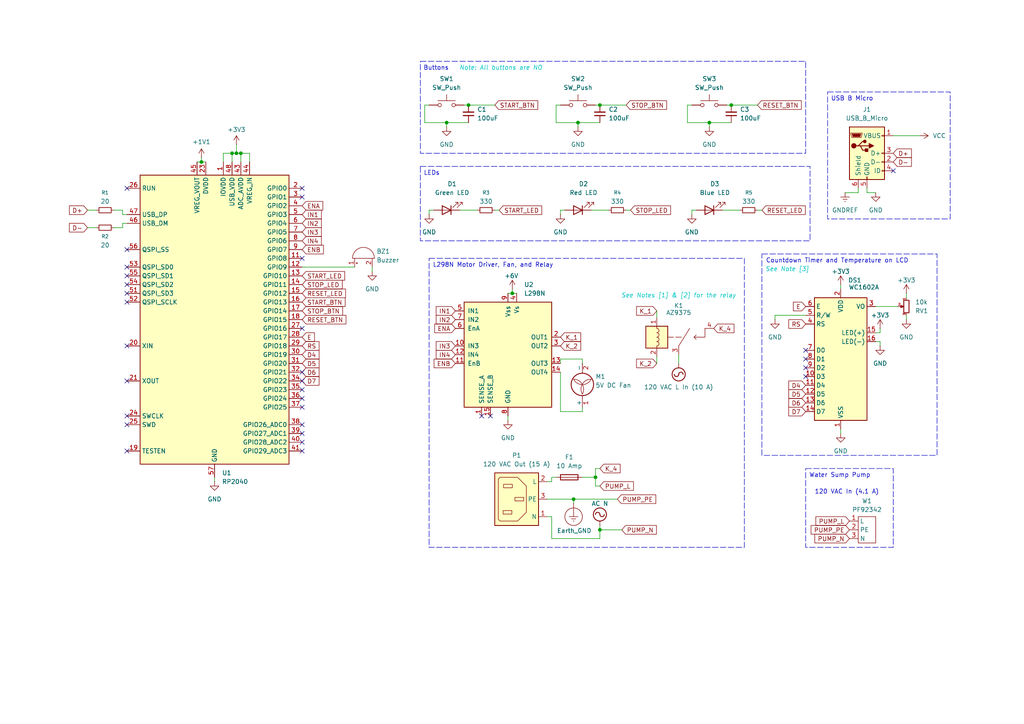
<source format=kicad_sch>
(kicad_sch (version 20250114) (generator "eeschema") (generator_version "9.0")
  (paper "A4")
  (title_block (title "SLAC Water Sump Pump Countdown Timer") (date "2025-07-02") (rev "2") (comment 2 "[3] I2C 1602 LCD w/ GND, VCC, SDA, and SCL for prototyping") (comment 3 "[2] Pin 1 & 2 is an inductor and Pin 3 & 4 is a NO contact") (comment 4 "[1] Relay acts like a switch, so a 5V DC motor is used for prototyping"))
  (lib_symbols
    (symbol "AZ9375:AZ9375"
      (property "Reference" "K" (at 0 9.144 0))
      (property "Value" "AZ9375" (at 0 7.112 0))
      (symbol "AZ9375_0_1"
        (polyline (pts (xy -6.35 3.175) (xy -6.35 2.54)))
        (arc (start -6.3473 2.54) (mid -5.715 1.905) (end -6.3473 1.27))
        (arc (start -6.3473 1.27) (mid -5.715 0.635) (end -6.3473 0))
        (arc (start -6.3473 0) (mid -5.715 -0.635) (end -6.3473 -1.27))
        (arc (start -6.3473 -1.27) (mid -5.715 -1.905) (end -6.3473 -2.54))
        (polyline (pts (xy -6.35 -2.54) (xy -6.35 -3.175)))
        (polyline (pts (xy -3.175 0) (xy 1.27 0)) (stroke (width 0) (type dash)))
        (polyline (pts (xy 4.445 0) (xy 5.08 0.635) (xy 4.445 0) (xy 5.08 -0.635)))
      )
      (symbol "AZ9375_1_1"
        (rectangle (start -9.525 3.175) (end -3.175 -3.175) (stroke (width 0.254)) (fill (type color) (color 255 255 194 1)))
        (polyline (pts (xy 0 -2.54) (xy 3.175 2.54)))
        (polyline (pts (xy 4.445 0) (xy 7.62 0) (xy 7.62 2.54)))
        (pin power_in line (at -6.35 5.715 270) (length 2.54) (name "") (number "1"))
        (pin power_in line (at -6.35 -5.715 90) (length 2.54) (name "") (number "2"))
        (pin power_in line (at 0 -5.08 90) (length 2.54) (name "") (number "3"))
        (pin power_out line (at 10.16 2.54 180) (length 2.54) (name "") (number "4"))
      )
    )
    (symbol "Connector:IEC_60320_C13_Plug"
      (property "Reference" "P" (at -5.842 8.636 0))
      (property "Value" "IEC_60320_C13_Plug" (at 0.508 -9.144 0))
      (symbol "IEC_60320_C13_Plug_1_1"
        (rectangle (start -6.35 7.62) (end 6.35 -7.62) (stroke (width 0.254)) (fill (type background)))
        (polyline (pts (xy -4.826 -6.35) (xy -5.334 -5.842) (xy -5.334 5.842) (xy -4.826 6.35) (xy 0.254 6.35) (xy 2.794 3.81) (xy 2.794 -3.81) (xy 0.254 -6.35) (xy -4.826 -6.35)) (fill (type background)))
        (rectangle (start -3.937 -3.302) (end -1.397 -4.318))
        (rectangle (start -3.81 4.318) (end -1.27 3.302))
        (rectangle (start -0.508 0.508) (end 2.032 -0.508))
        (pin power_in line (at 8.89 5.08 180) (length 2.54) (name "L") (number "2"))
        (pin bidirectional line (at 8.89 0 180) (length 2.54) (name "PE") (number "3"))
        (pin power_in line (at 8.89 -5.08 180) (length 2.54) (name "N") (number "1"))
      )
    )
    (symbol "Connector:USB_B_Micro" (pin_names (offset 1.016))
      (property "Reference" "J" (at -5.08 11.43 0))
      (property "Value" "USB_B_Micro" (at -5.08 8.89 0))
      (symbol "USB_B_Micro_0_1"
        (rectangle (start -5.08 -7.62) (end 5.08 7.62) (stroke (width 0.254)) (fill (type background)))
        (polyline (pts (xy -4.699 5.842) (xy -4.699 5.588) (xy -4.445 4.826) (xy -4.445 4.572) (xy -1.651 4.572) (xy -1.651 4.826) (xy -1.397 5.588) (xy -1.397 5.842) (xy -4.699 5.842)))
        (polyline (pts (xy -4.318 5.588) (xy -1.778 5.588) (xy -2.032 4.826) (xy -4.064 4.826) (xy -4.318 5.588)) (fill (type outline)))
        (circle (center -3.81 2.159) (radius 0.635) (stroke (width 0.254)) (fill (type outline)))
        (polyline (pts (xy -3.175 2.159) (xy -2.54 2.159) (xy -1.27 3.429) (xy -0.635 3.429)) (stroke (width 0.254)))
        (polyline (pts (xy -2.54 2.159) (xy -1.905 2.159) (xy -1.27 0.889) (xy 0 0.889)) (stroke (width 0.254)))
        (polyline (pts (xy -1.905 2.159) (xy 0.635 2.159)) (stroke (width 0.254)))
        (circle (center -0.635 3.429) (radius 0.381) (stroke (width 0.254)) (fill (type outline)))
        (rectangle (start -0.127 -7.62) (end 0.127 -6.858))
        (rectangle (start 0.254 1.27) (end -0.508 0.508) (stroke (width 0.254)) (fill (type outline)))
        (polyline (pts (xy 0.635 2.794) (xy 0.635 1.524) (xy 1.905 2.159) (xy 0.635 2.794)) (stroke (width 0.254)) (fill (type outline)))
        (rectangle (start 5.08 4.953) (end 4.318 5.207))
        (rectangle (start 5.08 -0.127) (end 4.318 0.127))
        (rectangle (start 5.08 -2.667) (end 4.318 -2.413))
        (rectangle (start 5.08 -5.207) (end 4.318 -4.953))
      )
      (symbol "USB_B_Micro_1_1"
        (pin passive line (at -2.54 -10.16 90) (length 2.54) (name "Shield") (number "6"))
        (pin power_out line (at 0 -10.16 90) (length 2.54) (name "GND") (number "5"))
        (pin power_out line (at 7.62 5.08 180) (length 2.54) (name "VBUS") (number "1"))
        (pin bidirectional line (at 7.62 0 180) (length 2.54) (name "D+") (number "3"))
        (pin bidirectional line (at 7.62 -2.54 180) (length 2.54) (name "D-") (number "2"))
        (pin passive line (at 7.62 -5.08 180) (length 2.54) (name "ID") (number "4"))
      )
    )
    (symbol "Device:Buzzer" (pin_names (offset 0.0254) (hide yes))
      (property "Reference" "BZ" (at 3.81 1.27 0))
      (property "Value" "Buzzer" (at 3.81 -1.27 0))
      (symbol "Buzzer_0_1"
        (polyline (pts (xy -1.651 1.905) (xy -1.143 1.905)))
        (polyline (pts (xy -1.397 2.159) (xy -1.397 1.651)))
        (arc (start 0 3.175) (mid 3.1612 0) (end 0 -3.175))
        (polyline (pts (xy 0 3.175) (xy 0 -3.175)))
      )
      (symbol "Buzzer_1_1"
        (pin passive line (at -2.54 2.54 0) (length 2.54) (name "+") (number "1"))
        (pin passive line (at -2.54 -2.54 0) (length 2.54) (name "-") (number "2"))
      )
    )
    (symbol "Device:C_Small" (pin_numbers (hide yes)) (pin_names (offset 0.254) (hide yes))
      (property "Reference" "C" (at 0.254 1.778 0))
      (property "Value" "C_Small" (at 0.254 -2.032 0))
      (symbol "C_Small_0_1"
        (polyline (pts (xy -1.524 0.508) (xy 1.524 0.508)) (stroke (width 0.3048)))
        (polyline (pts (xy -1.524 -0.508) (xy 1.524 -0.508)) (stroke (width 0.3302)))
      )
      (symbol "C_Small_1_1"
        (pin passive line (at 0 2.54 270) (length 2.032) (name "~") (number "1"))
        (pin passive line (at 0 -2.54 90) (length 2.032) (name "~") (number "2"))
      )
    )
    (symbol "Device:Fuse" (pin_numbers (hide yes)) (pin_names (offset 0))
      (property "Reference" "F" (at 2.032 0 90))
      (property "Value" "Fuse" (at -1.905 0 90))
      (symbol "Fuse_0_1"
        (rectangle (start -0.762 -2.54) (end 0.762 2.54) (stroke (width 0.254)))
        (polyline (pts (xy 0 2.54) (xy 0 -2.54)))
      )
      (symbol "Fuse_1_1"
        (pin passive line (at 0 3.81 270) (length 1.27) (name "~") (number "1"))
        (pin passive line (at 0 -3.81 90) (length 1.27) (name "~") (number "2"))
      )
    )
    (symbol "Device:LED" (pin_numbers (hide yes)) (pin_names (offset 1.016) (hide yes))
      (property "Reference" "D" (at 0 2.54 0))
      (property "Value" "LED" (at 0 -2.54 0))
      (symbol "LED_0_1"
        (polyline (pts (xy -3.048 -0.762) (xy -4.572 -2.286) (xy -3.81 -2.286) (xy -4.572 -2.286) (xy -4.572 -1.524)))
        (polyline (pts (xy -1.778 -0.762) (xy -3.302 -2.286) (xy -2.54 -2.286) (xy -3.302 -2.286) (xy -3.302 -1.524)))
        (polyline (pts (xy -1.27 0) (xy 1.27 0)))
        (polyline (pts (xy -1.27 -1.27) (xy -1.27 1.27)) (stroke (width 0.254)))
        (polyline (pts (xy 1.27 -1.27) (xy 1.27 1.27) (xy -1.27 0) (xy 1.27 -1.27)) (stroke (width 0.254)))
      )
      (symbol "LED_1_1"
        (pin passive line (at -3.81 0 0) (length 2.54) (name "K") (number "1"))
        (pin passive line (at 3.81 0 180) (length 2.54) (name "A") (number "2"))
      )
    )
    (symbol "Device:R_Potentiometer_Small" (pin_names (offset 1.016) (hide yes))
      (property "Reference" "RV" (at -4.445 0 90))
      (property "Value" "R_Potentiometer_Small" (at -2.54 0 90))
      (symbol "R_Potentiometer_Small_0_1"
        (rectangle (start 0.762 1.8034) (end -0.762 -1.8034) (stroke (width 0.254)))
        (polyline (pts (xy 0.889 0) (xy 0.635 0) (xy 1.651 0.381) (xy 1.651 -0.381) (xy 0.635 0) (xy 0.889 0)) (fill (type outline)))
      )
      (symbol "R_Potentiometer_Small_1_1"
        (pin passive line (at 0 2.54 270) (length 0.635) (name "1") (number "1"))
        (pin passive line (at 0 -2.54 90) (length 0.635) (name "3") (number "3"))
        (pin passive line (at 2.54 0 180) (length 0.9906) (name "2") (number "2"))
      )
    )
    (symbol "Device:R_Small" (pin_numbers (hide yes)) (pin_names (offset 0.254) (hide yes))
      (property "Reference" "R" (at 0 0 90))
      (property "Value" "R_Small" (at 1.778 0 90))
      (symbol "R_Small_0_1"
        (rectangle (start -0.762 1.778) (end 0.762 -1.778) (stroke (width 0.2032)))
      )
      (symbol "R_Small_1_1"
        (pin passive line (at 0 2.54 270) (length 0.762) (name "~") (number "1"))
        (pin passive line (at 0 -2.54 90) (length 0.762) (name "~") (number "2"))
      )
    )
    (symbol "Display_Character:WC1602A"
      (property "Reference" "DS" (at -5.842 19.05 0))
      (property "Value" "WC1602A" (at 5.334 19.05 0))
      (symbol "WC1602A_1_1"
        (rectangle (start -7.62 17.78) (end 7.62 -17.78) (stroke (width 0.254)) (fill (type background)))
        (pin input line (at -10.16 15.24 0) (length 2.54) (name "E") (number "6"))
        (pin input line (at -10.16 12.7 0) (length 2.54) (name "R/W") (number "5"))
        (pin input line (at -10.16 10.16 0) (length 2.54) (name "RS") (number "4"))
        (pin input line (at -10.16 2.54 0) (length 2.54) (name "D0") (number "7"))
        (pin input line (at -10.16 0 0) (length 2.54) (name "D1") (number "8"))
        (pin input line (at -10.16 -2.54 0) (length 2.54) (name "D2") (number "9"))
        (pin input line (at -10.16 -5.08 0) (length 2.54) (name "D3") (number "10"))
        (pin input line (at -10.16 -7.62 0) (length 2.54) (name "D4") (number "11"))
        (pin input line (at -10.16 -10.16 0) (length 2.54) (name "D5") (number "12"))
        (pin input line (at -10.16 -12.7 0) (length 2.54) (name "D6") (number "13"))
        (pin input line (at -10.16 -15.24 0) (length 2.54) (name "D7") (number "14"))
        (pin power_in line (at 0 20.32 270) (length 2.54) (name "VDD") (number "2"))
        (pin power_in line (at 0 -20.32 90) (length 2.54) (name "VSS") (number "1"))
        (pin input line (at 10.16 15.24 180) (length 2.54) (name "VO") (number "3"))
        (pin power_in line (at 10.16 7.62 180) (length 2.54) (name "LED(+)") (number "15"))
        (pin power_in line (at 10.16 5.08 180) (length 2.54) (name "LED(-)") (number "16"))
      )
    )
    (symbol "Driver_Motor:L298N" (pin_names (offset 1.016))
      (property "Reference" "U" (at -10.16 16.51 0))
      (property "Value" "L298N" (at 12.7 16.51 0))
      (symbol "L298N_0_1"
        (rectangle (start -12.7 15.24) (end 12.7 -15.24) (stroke (width 0.254)) (fill (type background)))
      )
      (symbol "L298N_1_1"
        (pin input line (at -15.24 12.7 0) (length 2.54) (name "IN1") (number "5"))
        (pin input line (at -15.24 10.16 0) (length 2.54) (name "IN2") (number "7"))
        (pin input line (at -15.24 7.62 0) (length 2.54) (name "EnA") (number "6"))
        (pin input line (at -15.24 2.54 0) (length 2.54) (name "IN3") (number "10"))
        (pin input line (at -15.24 0 0) (length 2.54) (name "IN4") (number "12"))
        (pin input line (at -15.24 -2.54 0) (length 2.54) (name "EnB") (number "11"))
        (pin power_in line (at -7.62 -17.78 90) (length 2.54) (name "SENSE_A") (number "1"))
        (pin power_in line (at -5.08 -17.78 90) (length 2.54) (name "SENSE_B") (number "15"))
        (pin power_in line (at 0 17.78 270) (length 2.54) (name "Vss") (number "9"))
        (pin power_in line (at 0 -17.78 90) (length 2.54) (name "GND") (number "8"))
        (pin power_in line (at 2.54 17.78 270) (length 2.54) (name "Vs") (number "4"))
        (pin output line (at 15.24 5.08 180) (length 2.54) (name "OUT1") (number "2"))
        (pin output line (at 15.24 2.54 180) (length 2.54) (name "OUT2") (number "3"))
        (pin output line (at 15.24 -2.54 180) (length 2.54) (name "OUT3") (number "13"))
        (pin output line (at 15.24 -5.08 180) (length 2.54) (name "OUT4") (number "14"))
      )
    )
    (symbol "MCU_RaspberryPi:RP2040"
      (property "Reference" "U" (at 17.78 45.72 0))
      (property "Value" "RP2040" (at 17.78 43.18 0))
      (symbol "RP2040_0_1"
        (rectangle (start -21.59 41.91) (end 21.59 -41.91) (stroke (width 0.254)) (fill (type background)))
      )
      (symbol "RP2040_1_1"
        (pin input line (at -25.4 38.1 0) (length 3.81) (name "RUN") (number "26"))
        (pin bidirectional line (at -25.4 30.48 0) (length 3.81) (name "USB_DP") (number "47"))
        (pin bidirectional line (at -25.4 27.94 0) (length 3.81) (name "USB_DM") (number "46"))
        (pin bidirectional line (at -25.4 20.32 0) (length 3.81) (name "QSPI_SS") (number "56"))
        (pin bidirectional line (at -25.4 15.24 0) (length 3.81) (name "QSPI_SD0") (number "53"))
        (pin bidirectional line (at -25.4 12.7 0) (length 3.81) (name "QSPI_SD1") (number "55"))
        (pin bidirectional line (at -25.4 10.16 0) (length 3.81) (name "QSPI_SD2") (number "54"))
        (pin bidirectional line (at -25.4 7.62 0) (length 3.81) (name "QSPI_SD3") (number "51"))
        (pin output line (at -25.4 5.08 0) (length 3.81) (name "QSPI_SCLK") (number "52"))
        (pin input line (at -25.4 -7.62 0) (length 3.81) (name "XIN") (number "20"))
        (pin passive line (at -25.4 -17.78 0) (length 3.81) (name "XOUT") (number "21"))
        (pin input line (at -25.4 -27.94 0) (length 3.81) (name "SWCLK") (number "24"))
        (pin bidirectional line (at -25.4 -30.48 0) (length 3.81) (name "SWD") (number "25"))
        (pin input line (at -25.4 -38.1 0) (length 3.81) (name "TESTEN") (number "19"))
        (pin power_out line (at -5.08 45.72 270) (length 3.81) (name "VREG_VOUT") (number "45"))
        (pin power_in line (at -2.54 45.72 270) (length 3.81) (name "DVDD") (number "23"))
        (pin passive line (at -2.54 45.72 270) (length 3.81) (hide yes) (name "DVDD") (number "50"))
        (pin power_in line (at 0 -45.72 90) (length 3.81) (name "GND") (number "57"))
        (pin power_in line (at 2.54 45.72 270) (length 3.81) (name "IOVDD") (number "1"))
        (pin passive line (at 2.54 45.72 270) (length 3.81) (hide yes) (name "IOVDD") (number "10"))
        (pin passive line (at 2.54 45.72 270) (length 3.81) (hide yes) (name "IOVDD") (number "22"))
        (pin passive line (at 2.54 45.72 270) (length 3.81) (hide yes) (name "IOVDD") (number "33"))
        (pin passive line (at 2.54 45.72 270) (length 3.81) (hide yes) (name "IOVDD") (number "42"))
        (pin passive line (at 2.54 45.72 270) (length 3.81) (hide yes) (name "IOVDD") (number "49"))
        (pin power_in line (at 5.08 45.72 270) (length 3.81) (name "USB_VDD") (number "48"))
        (pin power_in line (at 7.62 45.72 270) (length 3.81) (name "ADC_AVDD") (number "43"))
        (pin power_in line (at 10.16 45.72 270) (length 3.81) (name "VREG_IN") (number "44"))
        (pin bidirectional line (at 25.4 38.1 180) (length 3.81) (name "GPIO0") (number "2"))
        (pin bidirectional line (at 25.4 35.56 180) (length 3.81) (name "GPIO1") (number "3"))
        (pin bidirectional line (at 25.4 33.02 180) (length 3.81) (name "GPIO2") (number "4"))
        (pin bidirectional line (at 25.4 30.48 180) (length 3.81) (name "GPIO3") (number "5"))
        (pin bidirectional line (at 25.4 27.94 180) (length 3.81) (name "GPIO4") (number "6"))
        (pin bidirectional line (at 25.4 25.4 180) (length 3.81) (name "GPIO5") (number "7"))
        (pin bidirectional line (at 25.4 22.86 180) (length 3.81) (name "GPIO6") (number "8"))
        (pin bidirectional line (at 25.4 20.32 180) (length 3.81) (name "GPIO7") (number "9"))
        (pin bidirectional line (at 25.4 17.78 180) (length 3.81) (name "GPIO8") (number "11"))
        (pin bidirectional line (at 25.4 15.24 180) (length 3.81) (name "GPIO9") (number "12"))
        (pin bidirectional line (at 25.4 12.7 180) (length 3.81) (name "GPIO10") (number "13"))
        (pin bidirectional line (at 25.4 10.16 180) (length 3.81) (name "GPIO11") (number "14"))
        (pin bidirectional line (at 25.4 7.62 180) (length 3.81) (name "GPIO12") (number "15"))
        (pin bidirectional line (at 25.4 5.08 180) (length 3.81) (name "GPIO13") (number "16"))
        (pin bidirectional line (at 25.4 2.54 180) (length 3.81) (name "GPIO14") (number "17"))
        (pin bidirectional line (at 25.4 0 180) (length 3.81) (name "GPIO15") (number "18"))
        (pin bidirectional line (at 25.4 -2.54 180) (length 3.81) (name "GPIO16") (number "27"))
        (pin bidirectional line (at 25.4 -5.08 180) (length 3.81) (name "GPIO17") (number "28"))
        (pin bidirectional line (at 25.4 -7.62 180) (length 3.81) (name "GPIO18") (number "29"))
        (pin bidirectional line (at 25.4 -10.16 180) (length 3.81) (name "GPIO19") (number "30"))
        (pin bidirectional line (at 25.4 -12.7 180) (length 3.81) (name "GPIO20") (number "31"))
        (pin bidirectional line (at 25.4 -15.24 180) (length 3.81) (name "GPIO21") (number "32"))
        (pin bidirectional line (at 25.4 -17.78 180) (length 3.81) (name "GPIO22") (number "34"))
        (pin bidirectional line (at 25.4 -20.32 180) (length 3.81) (name "GPIO23") (number "35"))
        (pin bidirectional line (at 25.4 -22.86 180) (length 3.81) (name "GPIO24") (number "36"))
        (pin bidirectional line (at 25.4 -25.4 180) (length 3.81) (name "GPIO25") (number "37"))
        (pin bidirectional line (at 25.4 -30.48 180) (length 3.81) (name "GPIO26_ADC0") (number "38"))
        (pin bidirectional line (at 25.4 -33.02 180) (length 3.81) (name "GPIO27_ADC1") (number "39"))
        (pin bidirectional line (at 25.4 -35.56 180) (length 3.81) (name "GPIO28_ADC2") (number "40"))
        (pin bidirectional line (at 25.4 -38.1 180) (length 3.81) (name "GPIO29_ADC3") (number "41"))
      )
    )
    (symbol "Motor:Fan" (pin_names (offset 0))
      (property "Reference" "M" (at 2.54 5.08 0))
      (property "Value" "Fan" (at 2.54 -2.54 0))
      (symbol "Fan_0_1"
        (arc (start 0 3.81) (mid -0.0015 0.9048) (end -2.54 -0.508))
        (polyline (pts (xy 0 4.572) (xy 0 5.08)))
        (polyline (pts (xy 0 4.2672) (xy 0 4.6228)))
        (circle (center 0 1.016) (radius 3.2512) (stroke (width 0.254)))
        (arc (start -2.54 -0.508) (mid 0 1.0618) (end 2.54 -0.508))
        (polyline (pts (xy 0 -2.2352) (xy 0 -2.6416)))
        (polyline (pts (xy 0 -5.08) (xy 0 -4.572)))
        (arc (start 2.54 -0.508) (mid 0.047 0.9315) (end 0 3.81))
      )
      (symbol "Fan_1_1"
        (pin passive line (at 0 7.62 270) (length 2.54) (name "+") (number "1"))
        (pin passive line (at 0 -5.08 90) (length 2.54) (name "-") (number "2"))
      )
    )
    (symbol "Switch:SW_Push" (pin_numbers (hide yes)) (pin_names (offset 1.016) (hide yes))
      (property "Reference" "SW" (at 1.27 2.54 0))
      (property "Value" "SW_Push" (at 0 -1.524 0))
      (symbol "SW_Push_0_1"
        (circle (center -2.032 0) (radius 0.508))
        (polyline (pts (xy 0 1.27) (xy 0 3.048)))
        (circle (center 2.032 0) (radius 0.508))
        (polyline (pts (xy 2.54 1.27) (xy -2.54 1.27)))
        (pin passive line (at -5.08 0 0) (length 2.54) (name "1") (number "1"))
        (pin passive line (at 5.08 0 180) (length 2.54) (name "2") (number "2"))
      )
    )
    (symbol "Water Sump Pump:PF92342"
      (property "Reference" "W" (at 0 8.382 0))
      (property "Value" "PF92342" (at 0 5.842 0))
      (symbol "PF92342_0_1"
        (rectangle (start -2.54 3.81) (end 2.54 -3.81))
      )
      (symbol "PF92342_1_1"
        (pin power_in line (at -5.08 2.54 0) (length 2.54) (name "L") (number "1"))
        (pin power_in line (at -5.08 0 0) (length 2.54) (name "PE") (number "2"))
        (pin power_in line (at -5.08 -2.54 0) (length 2.54) (name "N") (number "3"))
      )
    )
    (symbol "power:+1V1" (power) (pin_numbers (hide yes)) (pin_names (offset 0) (hide yes))
      (property "Value" "+1V1" (at 0 3.556 0))
      (symbol "+1V1_0_1"
        (polyline (pts (xy -0.762 1.27) (xy 0 2.54)))
        (polyline (pts (xy 0 2.54) (xy 0.762 1.27)))
        (polyline (pts (xy 0 0) (xy 0 2.54)))
      )
      (symbol "+1V1_1_1"
        (pin power_in line (at 0 0 90) (length 0) (name "~") (number "1"))
      )
    )
    (symbol "power:+3V3" (power) (pin_numbers (hide yes)) (pin_names (offset 0) (hide yes))
      (property "Value" "+3V3" (at 0 3.556 0))
      (symbol "+3V3_0_1"
        (polyline (pts (xy -0.762 1.27) (xy 0 2.54)))
        (polyline (pts (xy 0 2.54) (xy 0.762 1.27)))
        (polyline (pts (xy 0 0) (xy 0 2.54)))
      )
      (symbol "+3V3_1_1"
        (pin power_in line (at 0 0 90) (length 0) (name "~") (number "1"))
      )
    )
    (symbol "power:+6V" (power) (pin_numbers (hide yes)) (pin_names (offset 0) (hide yes))
      (property "Value" "+6V" (at 0 3.556 0))
      (symbol "+6V_0_1"
        (polyline (pts (xy -0.762 1.27) (xy 0 2.54)))
        (polyline (pts (xy 0 2.54) (xy 0.762 1.27)))
        (polyline (pts (xy 0 0) (xy 0 2.54)))
      )
      (symbol "+6V_1_1"
        (pin power_in line (at 0 0 90) (length 0) (name "~") (number "1"))
      )
    )
    (symbol "power:AC" (power) (pin_numbers (hide yes)) (pin_names (offset 0) (hide yes))
      (property "Value" "AC" (at 0 6.35 0))
      (symbol "AC_0_1"
        (arc (start -1.27 3.175) (mid -0.635 3.8073) (end 0 3.175) (stroke (width 0.254)))
        (circle (center 0 3.175) (radius 1.905) (stroke (width 0.254)))
        (polyline (pts (xy 0 0) (xy 0 1.27)))
        (arc (start 1.27 3.175) (mid 0.635 2.5427) (end 0 3.175) (stroke (width 0.254)))
      )
      (symbol "AC_1_1"
        (pin power_in line (at 0 0 90) (length 0) (name "~") (number "1"))
      )
    )
    (symbol "power:Earth_Protective" (power) (pin_numbers (hide yes)) (pin_names (offset 0) (hide yes))
      (property "Value" "Earth_Protective" (at 0 -7.62 0))
      (symbol "Earth_Protective_0_1"
        (polyline (pts (xy -0.635 -4.445) (xy 0.635 -4.445)))
        (polyline (pts (xy -0.127 -5.08) (xy 0.127 -5.08)))
        (polyline (pts (xy 0 -3.81) (xy 0 0)))
        (circle (center 0 -3.81) (radius 2.54))
        (polyline (pts (xy 1.27 -3.81) (xy -1.27 -3.81)))
      )
      (symbol "Earth_Protective_1_1"
        (pin power_in line (at 0 0 270) (length 0) (name "~") (number "1"))
      )
    )
    (symbol "power:GND" (power) (pin_numbers (hide yes)) (pin_names (offset 0) (hide yes))
      (property "Value" "GND" (at 0 -3.81 0))
      (symbol "GND_0_1"
        (polyline (pts (xy 0 0) (xy 0 -1.27) (xy 1.27 -1.27) (xy 0 -2.54) (xy -1.27 -1.27) (xy 0 -1.27)))
      )
      (symbol "GND_1_1"
        (pin power_in line (at 0 0 270) (length 0) (name "~") (number "1"))
      )
    )
    (symbol "power:GNDREF" (power) (pin_numbers (hide yes)) (pin_names (offset 0) (hide yes))
      (property "Value" "GNDREF" (at 0 -3.81 0))
      (symbol "GNDREF_0_1"
        (polyline (pts (xy -0.635 -1.905) (xy 0.635 -1.905)))
        (polyline (pts (xy -0.127 -2.54) (xy 0.127 -2.54)))
        (polyline (pts (xy 0 -1.27) (xy 0 0)))
        (polyline (pts (xy 1.27 -1.27) (xy -1.27 -1.27)))
      )
      (symbol "GNDREF_1_1"
        (pin power_in line (at 0 0 270) (length 0) (name "~") (number "1"))
      )
    )
    (symbol "power:VCC" (power) (pin_numbers (hide yes)) (pin_names (offset 0) (hide yes))
      (property "Value" "VCC" (at 0 3.556 0))
      (symbol "VCC_0_1"
        (polyline (pts (xy -0.762 1.27) (xy 0 2.54)))
        (polyline (pts (xy 0 2.54) (xy 0.762 1.27)))
        (polyline (pts (xy 0 0) (xy 0 2.54)))
      )
      (symbol "VCC_1_1"
        (pin power_in line (at 0 0 90) (length 0) (name "~") (number "1"))
      )
    )
  )
  (rectangle (start 121.92 17.78) (end 233.68 44.45) (stroke (width 0) (type dash) (color 0 0 194 1)))
  (rectangle (start 124.46 74.93) (end 215.9 158.75) (stroke (width 0) (type dash)))
  (rectangle (start 121.92 48.26) (end 234.95 69.85) (stroke (width 0) (type dash)))
  (rectangle (start 240.03 26.67) (end 275.59 63.5) (stroke (width 0) (type dash) (color 0 0 194 1)))
  (rectangle (start 233.68 135.89) (end 259.08 158.75) (stroke (width 0) (type dash)))
  (rectangle (start 220.98 73.66) (end 271.78 132.08) (stroke (width 0) (type dash)))
  (text "USB B Micro" (at 247.142 28.702 0) (effects (font (size 1.27 1.27))))
  (text "Buttons" (at 126.492 19.812 0) (effects (font (size 1.27 1.27))))
  (text "LEDs" (at 125.222 50.292 0) (effects (font (size 1.27 1.27))))
  (text "Countdown Timer and Temperature on LCD\n" (at 242.824 75.692 0) (effects (font (size 1.27 1.27))))
  (text "See Note [3]" (at 228.346 78.232 0) (effects (font (size 1.27 1.27) (italic yes))))
  (text "See Notes [1] & [2] for the relay" (at 196.85 85.852 0) (effects (font (size 1.27 1.27) (italic yes))))
  (text "Note: All buttons are NO" (at 145.288 19.812 0) (effects (font (size 1.27 1.27) (italic yes))))
  (text "Water Sump Pump" (at 243.586 137.922 0) (effects (font (size 1.27 1.27))))
  (text "120 VAC In (4.1 A)" (at 245.618 142.748 0) (effects (font (size 1.27 1.27))))
  (text "L298N Motor Driver, Fan, and Relay" (at 143.002 76.962 0) (effects (font (size 1.27 1.27))))
  (junction (at 173.99 30.48))
  (junction (at 148.59 85.09))
  (junction (at 166.37 144.78))
  (junction (at 129.54 35.56))
  (junction (at 68.58 44.45))
  (junction (at 167.64 35.56))
  (junction (at 135.89 30.48))
  (junction (at 69.85 44.45))
  (junction (at 212.09 30.48))
  (junction (at 205.74 35.56))
  (junction (at 172.72 138.43))
  (junction (at 58.42 46.99))
  (junction (at 173.99 153.67))
  (junction (at 67.31 44.45))
  (no_connect (at 259.08 49.53))
  (no_connect (at 87.63 128.27))
  (no_connect (at 233.68 101.6))
  (no_connect (at 142.24 120.65))
  (no_connect (at 36.83 110.49))
  (no_connect (at 139.7 120.65))
  (no_connect (at 36.83 72.39))
  (no_connect (at 36.83 80.01))
  (no_connect (at 87.63 123.19))
  (no_connect (at 36.83 100.33))
  (no_connect (at 233.68 104.14))
  (no_connect (at 36.83 85.09))
  (no_connect (at 87.63 54.61))
  (no_connect (at 87.63 118.11))
  (no_connect (at 36.83 120.65))
  (no_connect (at 36.83 87.63))
  (no_connect (at 233.68 106.68))
  (no_connect (at 87.63 74.93))
  (no_connect (at 87.63 125.73))
  (no_connect (at 36.83 77.47))
  (no_connect (at 87.63 113.03))
  (no_connect (at 87.63 110.49))
  (no_connect (at 87.63 115.57))
  (no_connect (at 87.63 57.15))
  (no_connect (at 36.83 130.81))
  (no_connect (at 87.63 95.25))
  (no_connect (at 87.63 130.81))
  (no_connect (at 36.83 82.55))
  (no_connect (at 36.83 123.19))
  (no_connect (at 36.83 54.61))
  (no_connect (at 233.68 109.22))
  (no_connect (at 87.63 107.95))
  (wire (pts (xy 162.56 107.95) (xy 162.56 119.38)))
  (wire (pts (xy 35.56 64.77) (xy 36.83 64.77)))
  (wire (pts (xy 224.79 91.44) (xy 224.79 92.71)))
  (wire (pts (xy 168.91 119.38) (xy 168.91 118.11)))
  (wire (pts (xy 262.89 91.44) (xy 262.89 92.71)))
  (wire (pts (xy 190.5 103.505) (xy 190.5 105.41)))
  (wire (pts (xy 160.02 138.43) (xy 160.02 139.7)))
  (wire (pts (xy 254 96.52) (xy 255.27 96.52)))
  (wire (pts (xy 168.91 104.14) (xy 168.91 105.41)))
  (wire (pts (xy 171.45 60.96) (xy 176.53 60.96)))
  (wire (pts (xy 259.08 39.37) (xy 266.7 39.37)))
  (wire (pts (xy 172.72 30.48) (xy 173.99 30.48)))
  (wire (pts (xy 124.46 60.96) (xy 124.46 62.23)))
  (wire (pts (xy 200.66 60.96) (xy 200.66 62.23)))
  (wire (pts (xy 224.79 91.44) (xy 233.68 91.44)))
  (wire (pts (xy 67.31 44.45) (xy 67.31 46.99)))
  (wire (pts (xy 199.39 35.56) (xy 205.74 35.56)))
  (wire (pts (xy 173.99 30.48) (xy 181.61 30.48)))
  (wire (pts (xy 166.37 144.78) (xy 166.37 146.05)))
  (wire (pts (xy 147.32 120.65) (xy 147.32 121.92)))
  (wire (pts (xy 161.29 30.48) (xy 161.29 35.56)))
  (wire (pts (xy 190.5 90.17) (xy 190.5 92.075)))
  (wire (pts (xy 172.72 135.89) (xy 172.72 138.43)))
  (wire (pts (xy 35.56 60.96) (xy 35.56 62.23)))
  (wire (pts (xy 196.85 102.87) (xy 196.85 105.41)))
  (wire (pts (xy 129.54 35.56) (xy 129.54 36.83)))
  (wire (pts (xy 144.78 60.96) (xy 143.51 60.96)))
  (wire (pts (xy 160.02 138.43) (xy 161.29 138.43)))
  (wire (pts (xy 135.89 30.48) (xy 143.51 30.48)))
  (wire (pts (xy 254 55.88) (xy 251.46 55.88)))
  (wire (pts (xy 201.93 60.96) (xy 200.66 60.96)))
  (wire (pts (xy 87.63 77.47) (xy 102.87 77.47)))
  (wire (pts (xy 62.23 138.43) (xy 62.23 139.7)))
  (polyline (pts (xy 233.68 17.78) (xy 233.68 17.78)) (stroke (width 0) (type dash)))
  (wire (pts (xy 182.88 60.96) (xy 181.61 60.96)))
  (wire (pts (xy 162.56 60.96) (xy 162.56 62.23)))
  (wire (pts (xy 212.09 30.48) (xy 219.71 30.48)))
  (wire (pts (xy 147.32 85.09) (xy 148.59 85.09)))
  (wire (pts (xy 167.64 35.56) (xy 173.99 35.56)))
  (wire (pts (xy 69.85 44.45) (xy 72.39 44.45)))
  (wire (pts (xy 67.31 44.45) (xy 68.58 44.45)))
  (wire (pts (xy 205.74 35.56) (xy 212.09 35.56)))
  (wire (pts (xy 158.75 144.78) (xy 166.37 144.78)))
  (wire (pts (xy 255.27 99.06) (xy 255.27 100.33)))
  (wire (pts (xy 162.56 104.14) (xy 168.91 104.14)))
  (wire (pts (xy 162.56 30.48) (xy 161.29 30.48)))
  (wire (pts (xy 124.46 30.48) (xy 123.19 30.48)))
  (wire (pts (xy 209.55 60.96) (xy 214.63 60.96)))
  (wire (pts (xy 248.92 54.61) (xy 248.92 55.88)))
  (wire (pts (xy 173.99 153.67) (xy 173.99 156.21)))
  (wire (pts (xy 134.62 30.48) (xy 135.89 30.48)))
  (wire (pts (xy 160.02 139.7) (xy 158.75 139.7)))
  (wire (pts (xy 243.84 82.55) (xy 243.84 83.82)))
  (wire (pts (xy 35.56 62.23) (xy 36.83 62.23)))
  (wire (pts (xy 69.85 44.45) (xy 69.85 46.99)))
  (wire (pts (xy 172.72 140.97) (xy 173.99 140.97)))
  (wire (pts (xy 123.19 30.48) (xy 123.19 35.56)))
  (wire (pts (xy 163.83 60.96) (xy 162.56 60.96)))
  (wire (pts (xy 148.59 85.09) (xy 148.59 83.82)))
  (wire (pts (xy 107.95 77.47) (xy 107.95 78.74)))
  (wire (pts (xy 125.73 60.96) (xy 124.46 60.96)))
  (wire (pts (xy 129.54 35.56) (xy 135.89 35.56)))
  (wire (pts (xy 25.4 66.04) (xy 27.94 66.04)))
  (wire (pts (xy 205.74 35.56) (xy 205.74 36.83)))
  (wire (pts (xy 173.99 152.4) (xy 173.99 153.67)))
  (wire (pts (xy 167.64 35.56) (xy 167.64 36.83)))
  (wire (pts (xy 173.99 153.67) (xy 180.34 153.67)))
  (wire (pts (xy 210.82 30.48) (xy 212.09 30.48)))
  (wire (pts (xy 173.99 135.89) (xy 172.72 135.89)))
  (wire (pts (xy 33.02 66.04) (xy 35.56 66.04)))
  (wire (pts (xy 33.02 60.96) (xy 35.56 60.96)))
  (wire (pts (xy 243.84 124.46) (xy 243.84 125.73)))
  (wire (pts (xy 168.91 138.43) (xy 172.72 138.43)))
  (wire (pts (xy 248.92 55.88) (xy 245.11 55.88)))
  (wire (pts (xy 72.39 44.45) (xy 72.39 46.99)))
  (wire (pts (xy 68.58 44.45) (xy 69.85 44.45)))
  (wire (pts (xy 166.37 144.78) (xy 179.07 144.78)))
  (wire (pts (xy 161.29 35.56) (xy 167.64 35.56)))
  (wire (pts (xy 220.98 60.96) (xy 219.71 60.96)))
  (wire (pts (xy 58.42 46.99) (xy 59.69 46.99)))
  (wire (pts (xy 25.4 60.96) (xy 27.94 60.96)))
  (wire (pts (xy 35.56 66.04) (xy 35.56 64.77)))
  (wire (pts (xy 255.27 95.25) (xy 255.27 96.52)))
  (wire (pts (xy 251.46 55.88) (xy 251.46 54.61)))
  (wire (pts (xy 160.02 156.21) (xy 173.99 156.21)))
  (wire (pts (xy 148.59 85.09) (xy 149.86 85.09)))
  (wire (pts (xy 160.02 149.86) (xy 158.75 149.86)))
  (wire (pts (xy 200.66 30.48) (xy 199.39 30.48)))
  (wire (pts (xy 162.56 104.14) (xy 162.56 105.41)))
  (wire (pts (xy 199.39 30.48) (xy 199.39 35.56)))
  (wire (pts (xy 57.15 46.99) (xy 58.42 46.99)))
  (wire (pts (xy 68.58 41.91) (xy 68.58 44.45)))
  (wire (pts (xy 172.72 138.43) (xy 172.72 140.97)))
  (wire (pts (xy 64.77 44.45) (xy 67.31 44.45)))
  (wire (pts (xy 160.02 149.86) (xy 160.02 156.21)))
  (wire (pts (xy 254 99.06) (xy 255.27 99.06)))
  (wire (pts (xy 133.35 60.96) (xy 138.43 60.96)))
  (wire (pts (xy 64.77 46.99) (xy 64.77 44.45)))
  (wire (pts (xy 254 88.9) (xy 260.35 88.9)))
  (wire (pts (xy 58.42 45.72) (xy 58.42 46.99)))
  (wire (pts (xy 123.19 35.56) (xy 129.54 35.56)))
  (wire (pts (xy 262.89 85.09) (xy 262.89 86.36)))
  (wire (pts (xy 162.56 119.38) (xy 168.91 119.38)))
  (global_label "K_1" (shape input) (at 190.5 90.17 180) (property "Intersheetrefs" "${INTERSHEET_REFS}" (effects (hide yes))))
  (global_label "IN2" (shape input) (at 87.63 64.77 0) (property "Intersheetrefs" "${INTERSHEET_REFS}" (effects (hide yes))))
  (global_label "E" (shape input) (at 233.68 88.9 180) (property "Intersheetrefs" "${INTERSHEET_REFS}" (effects (hide yes))))
  (global_label "K_2" (shape input) (at 190.5 105.41 180) (property "Intersheetrefs" "${INTERSHEET_REFS}" (effects (hide yes))))
  (global_label "IN2" (shape input) (at 132.08 92.71 180) (property "Intersheetrefs" "${INTERSHEET_REFS}" (effects (hide yes))))
  (global_label "PUMP_PE" (shape input) (at 246.38 153.67 180) (property "Intersheetrefs" "${INTERSHEET_REFS}" (effects (hide yes))))
  (global_label "D6" (shape input) (at 233.68 116.84 180) (property "Intersheetrefs" "${INTERSHEET_REFS}" (effects (hide yes))))
  (global_label "D-" (shape input) (at 25.4 66.04 180) (property "Intersheetrefs" "${INTERSHEET_REFS}" (effects (hide yes))))
  (global_label "RS" (shape input) (at 87.63 100.33 0) (property "Intersheetrefs" "${INTERSHEET_REFS}" (effects (hide yes))))
  (global_label "K_2" (shape input) (at 162.56 100.33 0) (property "Intersheetrefs" "${INTERSHEET_REFS}" (effects (hide yes))))
  (global_label "IN4" (shape input) (at 132.08 102.87 180) (property "Intersheetrefs" "${INTERSHEET_REFS}" (effects (hide yes))))
  (global_label "PUMP_N" (shape input) (at 246.38 156.21 180) (property "Intersheetrefs" "${INTERSHEET_REFS}" (effects (hide yes))))
  (global_label "K_1" (shape input) (at 162.56 97.79 0) (property "Intersheetrefs" "${INTERSHEET_REFS}" (effects (hide yes))))
  (global_label "D6" (shape input) (at 87.63 107.95 0) (property "Intersheetrefs" "${INTERSHEET_REFS}" (effects (hide yes))))
  (global_label "RS" (shape input) (at 233.68 93.98 180) (property "Intersheetrefs" "${INTERSHEET_REFS}" (effects (hide yes))))
  (global_label "D+" (shape input) (at 25.4 60.96 180) (property "Intersheetrefs" "${INTERSHEET_REFS}" (effects (hide yes))))
  (global_label "K_4" (shape input) (at 173.99 135.89 0) (property "Intersheetrefs" "${INTERSHEET_REFS}" (effects (hide yes))))
  (global_label "IN4" (shape input) (at 87.63 69.85 0) (property "Intersheetrefs" "${INTERSHEET_REFS}" (effects (hide yes))))
  (global_label "D5" (shape input) (at 87.63 105.41 0) (property "Intersheetrefs" "${INTERSHEET_REFS}" (effects (hide yes))))
  (global_label "START_LED" (shape input) (at 144.78 60.96 0) (property "Intersheetrefs" "${INTERSHEET_REFS}" (effects (hide yes))))
  (global_label "IN1" (shape input) (at 132.08 90.17 180) (property "Intersheetrefs" "${INTERSHEET_REFS}" (effects (hide yes))))
  (global_label "ENA" (shape input) (at 87.63 59.69 0) (property "Intersheetrefs" "${INTERSHEET_REFS}" (effects (hide yes))))
  (global_label "START_BTN" (shape input) (at 143.51 30.48 0) (property "Intersheetrefs" "${INTERSHEET_REFS}" (effects (hide yes))))
  (global_label "STOP_LED" (shape input) (at 182.88 60.96 0) (property "Intersheetrefs" "${INTERSHEET_REFS}" (effects (hide yes))))
  (global_label "RESET_BTN" (shape input) (at 219.71 30.48 0) (property "Intersheetrefs" "${INTERSHEET_REFS}" (effects (hide yes))))
  (global_label "D7" (shape input) (at 87.63 110.49 0) (property "Intersheetrefs" "${INTERSHEET_REFS}" (effects (hide yes))))
  (global_label "E" (shape input) (at 87.63 97.79 0) (property "Intersheetrefs" "${INTERSHEET_REFS}" (effects (hide yes))))
  (global_label "ENB" (shape input) (at 132.08 105.41 180) (property "Intersheetrefs" "${INTERSHEET_REFS}" (effects (hide yes))))
  (global_label "RESET_LED" (shape input) (at 220.98 60.96 0) (property "Intersheetrefs" "${INTERSHEET_REFS}" (effects (hide yes))))
  (global_label "STOP_BTN" (shape input) (at 181.61 30.48 0) (property "Intersheetrefs" "${INTERSHEET_REFS}" (effects (hide yes))))
  (global_label "D4" (shape input) (at 233.68 111.76 180) (property "Intersheetrefs" "${INTERSHEET_REFS}" (effects (hide yes))))
  (global_label "PUMP_L" (shape input) (at 246.38 151.13 180) (property "Intersheetrefs" "${INTERSHEET_REFS}" (effects (hide yes))))
  (global_label "D7" (shape input) (at 233.68 119.38 180) (property "Intersheetrefs" "${INTERSHEET_REFS}" (effects (hide yes))))
  (global_label "IN3" (shape input) (at 132.08 100.33 180) (property "Intersheetrefs" "${INTERSHEET_REFS}" (effects (hide yes))))
  (global_label "RESET_LED" (shape input) (at 87.63 85.09 0) (property "Intersheetrefs" "${INTERSHEET_REFS}" (effects (hide yes))))
  (global_label "IN3" (shape input) (at 87.63 67.31 0) (property "Intersheetrefs" "${INTERSHEET_REFS}" (effects (hide yes))))
  (global_label "PUMP_N" (shape input) (at 180.34 153.67 0) (property "Intersheetrefs" "${INTERSHEET_REFS}" (effects (hide yes))))
  (global_label "STOP_BTN" (shape input) (at 87.63 90.17 0) (property "Intersheetrefs" "${INTERSHEET_REFS}" (effects (hide yes))))
  (global_label "STOP_LED" (shape input) (at 87.63 82.55 0) (property "Intersheetrefs" "${INTERSHEET_REFS}" (effects (hide yes))))
  (global_label "K_4" (shape input) (at 207.01 95.25 0) (property "Intersheetrefs" "${INTERSHEET_REFS}" (effects (hide yes))))
  (global_label "IN1" (shape input) (at 87.63 62.23 0) (property "Intersheetrefs" "${INTERSHEET_REFS}" (effects (hide yes))))
  (global_label "PUMP_L" (shape input) (at 173.99 140.97 0) (property "Intersheetrefs" "${INTERSHEET_REFS}" (effects (hide yes))))
  (global_label "START_BTN" (shape input) (at 87.63 87.63 0) (property "Intersheetrefs" "${INTERSHEET_REFS}" (effects (hide yes))))
  (global_label "ENA" (shape input) (at 132.08 95.25 180) (property "Intersheetrefs" "${INTERSHEET_REFS}" (effects (hide yes))))
  (global_label "D5" (shape input) (at 233.68 114.3 180) (property "Intersheetrefs" "${INTERSHEET_REFS}" (effects (hide yes))))
  (global_label "START_LED" (shape input) (at 87.63 80.01 0) (property "Intersheetrefs" "${INTERSHEET_REFS}" (effects (hide yes))))
  (global_label "D+" (shape input) (at 259.08 44.45 0) (property "Intersheetrefs" "${INTERSHEET_REFS}" (effects (hide yes))))
  (global_label "RESET_BTN" (shape input) (at 87.63 92.71 0) (property "Intersheetrefs" "${INTERSHEET_REFS}" (effects (hide yes))))
  (global_label "D4" (shape input) (at 87.63 102.87 0) (property "Intersheetrefs" "${INTERSHEET_REFS}" (effects (hide yes))))
  (global_label "ENB" (shape input) (at 87.63 72.39 0) (property "Intersheetrefs" "${INTERSHEET_REFS}" (effects (hide yes))))
  (global_label "PUMP_PE" (shape input) (at 179.07 144.78 0) (property "Intersheetrefs" "${INTERSHEET_REFS}" (effects (hide yes))))
  (global_label "D-" (shape input) (at 259.08 46.99 0) (property "Intersheetrefs" "${INTERSHEET_REFS}" (effects (hide yes))))
  (symbol (lib_id "AZ9375:AZ9375") (at 196.85 97.79 0) (unit 1)
    (property "Reference" "K1" (at 196.85 88.646 0))
    (property "Value" "AZ9375" (at 196.85 90.678 0))
    (property "Datasheet" "https://www.azettler.com/pdfs/az9375.pdf" (effects (hide yes)))
    (property "Description" "RELAY GEN PURPOSE SPST 10A 12V" (effects (hide yes)))
  )
  (symbol (lib_id "Motor:Fan") (at 168.91 110.49 180) (unit 1)
    (property "Reference" "M1" (at 172.72 109.22 0) (effects (justify right)))
    (property "Value" "5V DC Fan" (at 172.72 111.76 0) (effects (justify right)))
    (property "Description" "Fan" (effects (hide yes)))
  )
  (symbol (lib_id "power:+1V1") (at 58.42 45.72 0) (unit 1)
    (property "Reference" "#PWR0114" (effects (hide yes)))
    (property "Value" "+1V1" (at 58.42 41.148 0))
    (property "Description" "Power symbol creates a global label with name \"+1V1\"" (effects (hide yes)))
  )
  (symbol (lib_id "Device:C_Small") (at 135.89 33.02 180) (unit 1)
    (property "Reference" "C1" (at 138.43 31.7435 0) (effects (justify right)))
    (property "Value" "100uF" (at 138.43 34.2835 0) (effects (justify right)))
    (property "Description" "Unpolarized capacitor, small symbol" (effects (hide yes)))
  )
  (symbol (lib_id "Device:Fuse") (at 165.1 138.43 90) (unit 1)
    (property "Reference" "F1" (at 165.1 132.588 90))
    (property "Value" "10 Amp" (at 165.1 135.128 90))
    (property "Description" "Fuse" (effects (hide yes)))
  )
  (symbol (lib_id "power:VCC") (at 266.7 39.37 270) (unit 1)
    (property "Reference" "#PWR0104" (effects (hide yes)))
    (property "Value" "VCC" (at 270.51 39.3699 90) (effects (justify left)))
    (property "Description" "Power symbol creates a global label with name \"VCC\"" (effects (hide yes)))
  )
  (symbol (lib_id "Device:C_Small") (at 173.99 33.02 180) (unit 1)
    (property "Reference" "C2" (at 176.53 31.7435 0) (effects (justify right)))
    (property "Value" "100uF" (at 176.53 34.2835 0) (effects (justify right)))
    (property "Description" "Unpolarized capacitor, small symbol" (effects (hide yes)))
  )
  (symbol (lib_id "Water Sump Pump:PF92342") (at 251.46 153.67 0) (unit 1)
    (property "Reference" "W1" (at 251.46 145.288 0))
    (property "Value" "PF92342" (at 251.46 147.828 0))
    (property "Datasheet" "https://fergusonprod.a.bigcontent.io/v1/static/5097488_7397986_specification" (effects (hide yes)))
    (property "Description" "1/3 HP 120V Thermoplastic Submersible Sump Pump with Base" (effects (hide yes)))
  )
  (symbol (lib_id "Device:R_Small") (at 217.17 60.96 90) (unit 1)
    (property "Reference" "R5" (at 217.17 55.88 90) (effects (font (size 1.016 1.016))))
    (property "Value" "330" (at 217.17 58.42 90))
    (property "Description" "Resistor, small symbol" (effects (hide yes)))
  )
  (symbol (lib_id "power:GND") (at 205.74 36.83 0) (unit 1)
    (property "Reference" "#PWR0101" (effects (hide yes)))
    (property "Value" "GND" (at 205.74 41.91 0))
    (property "Description" "Power symbol creates a global label with name \"GND\" , ground" (effects (hide yes)))
  )
  (symbol (lib_id "Switch:SW_Push") (at 205.74 30.48 0) (unit 1)
    (property "Reference" "SW3" (at 205.74 22.86 0))
    (property "Value" "SW_Push" (at 205.74 25.4 0))
    (property "Description" "Push button switch, generic, two pins" (effects (hide yes)))
  )
  (symbol (lib_id "power:AC") (at 173.99 152.4 0) (unit 1)
    (property "Reference" "#PWR0110" (effects (hide yes)))
    (property "Value" "AC N" (at 173.99 146.05 0))
    (property "Description" "Power symbol creates a global label with name \"AC\"" (effects (hide yes)))
  )
  (symbol (lib_id "power:GND") (at 200.66 62.23 0) (unit 1)
    (property "Reference" "#PWR0105" (effects (hide yes)))
    (property "Value" "GND" (at 200.66 67.31 0))
    (property "Description" "Power symbol creates a global label with name \"GND\" , ground" (effects (hide yes)))
  )
  (symbol (lib_id "Display_Character:WC1602A") (at 243.84 104.14 0) (unit 1)
    (property "Reference" "DS1" (at 245.9833 81.28 0) (effects (justify left)))
    (property "Value" "WC1602A" (at 255.016 83.312 0) (effects (justify right)))
    (property "Footprint" "Display:WC1602A" (effects (hide yes)))
    (property "Datasheet" "http://www.wincomlcd.com/pdf/WC1602A-SFYLYHTC06.pdf" (effects (hide yes)))
    (property "Description" "LCD 16x2 Alphanumeric , 8 bit parallel bus, 5V VDD" (effects (hide yes)))
  )
  (symbol (lib_id "Switch:SW_Push") (at 167.64 30.48 0) (unit 1)
    (property "Reference" "SW2" (at 167.64 22.86 0))
    (property "Value" "SW_Push" (at 167.64 25.4 0))
    (property "Description" "Push button switch, generic, two pins" (effects (hide yes)))
  )
  (symbol (lib_id "Switch:SW_Push") (at 129.54 30.48 0) (unit 1)
    (property "Reference" "SW1" (at 129.54 22.86 0))
    (property "Value" "SW_Push" (at 129.54 25.4 0))
    (property "Description" "Push button switch, generic, two pins" (effects (hide yes)))
  )
  (symbol (lib_id "power:GND") (at 255.27 100.33 0) (unit 1)
    (property "Reference" "#PWR0125" (effects (hide yes)))
    (property "Value" "GND" (at 255.27 105.41 0))
    (property "Description" "Power symbol creates a global label with name \"GND\" , ground" (effects (hide yes)))
  )
  (symbol (lib_id "power:+6V") (at 148.59 83.82 0) (unit 1)
    (property "Reference" "#PWR0112" (effects (hide yes)))
    (property "Value" "+6V" (at 148.336 80.01 0))
    (property "Description" "Power symbol creates a global label with name \"+6V\"" (effects (hide yes)))
  )
  (symbol (lib_id "power:+3V3") (at 262.89 85.09 0) (unit 1)
    (property "Reference" "#PWR0120" (effects (hide yes)))
    (property "Value" "+3V3" (at 262.89 81.28 0))
    (property "Description" "Power symbol creates a global label with name \"+3V3\"" (effects (hide yes)))
  )
  (symbol (lib_id "Device:Buzzer") (at 105.41 74.93 90) (unit 1)
    (property "Reference" "BZ1" (at 109.22 72.9048 90) (effects (justify right)))
    (property "Value" "Buzzer" (at 109.22 75.4448 90) (effects (justify right)))
    (property "Description" "Buzzer, polarized" (effects (hide yes)))
  )
  (symbol (lib_id "Connector:USB_B_Micro") (at 251.46 44.45 0) (unit 1)
    (property "Reference" "J1" (at 251.46 31.75 0))
    (property "Value" "USB_B_Micro" (at 251.46 34.29 0))
    (property "Description" "USB Micro Type B connector" (effects (hide yes)))
  )
  (symbol (lib_id "Device:R_Small") (at 140.97 60.96 90) (unit 1)
    (property "Reference" "R3" (at 140.97 55.88 90) (effects (font (size 1.016 1.016))))
    (property "Value" "330" (at 140.97 58.42 90))
    (property "Description" "Resistor, small symbol" (effects (hide yes)))
  )
  (symbol (lib_id "power:GND") (at 262.89 92.71 0) (unit 1)
    (property "Reference" "#PWR0121" (effects (hide yes)))
    (property "Value" "GND" (at 262.89 97.79 0))
    (property "Description" "Power symbol creates a global label with name \"GND\" , ground" (effects (hide yes)))
  )
  (symbol (lib_id "power:GND") (at 107.95 78.74 0) (unit 1)
    (property "Reference" "#PWR0116" (effects (hide yes)))
    (property "Value" "GND" (at 107.95 83.82 0))
    (property "Description" "Power symbol creates a global label with name \"GND\" , ground" (effects (hide yes)))
  )
  (symbol (lib_id "power:GND") (at 254 55.88 0) (unit 1)
    (property "Reference" "#PWR0103" (effects (hide yes)))
    (property "Value" "GND" (at 254 60.96 0))
    (property "Description" "Power symbol creates a global label with name \"GND\" , ground" (effects (hide yes)))
  )
  (symbol (lib_id "Device:R_Small") (at 179.07 60.96 90) (unit 1)
    (property "Reference" "R4" (at 179.07 55.88 90) (effects (font (size 1.016 1.016))))
    (property "Value" "330" (at 179.07 58.42 90))
    (property "Description" "Resistor, small symbol" (effects (hide yes)))
  )
  (symbol (lib_id "Connector:IEC_60320_C13_Plug") (at 149.86 144.78 0) (unit 1)
    (property "Reference" "P1" (at 149.86 132.08 0))
    (property "Value" "120 VAC Out (15 A)" (at 149.86 134.62 0))
    (property "Description" "C13 Plug, 10A max" (effects (hide yes)))
  )
  (symbol (lib_id "Driver_Motor:L298N") (at 147.32 102.87 0) (unit 1)
    (property "Reference" "U2" (at 152.0033 82.55 0) (effects (justify left)))
    (property "Value" "L298N" (at 152.0033 85.09 0) (effects (justify left)))
    (property "Footprint" "Package_TO_SOT_THT:TO-220-15_P2.54x2.54mm_StaggerOdd_Lead4.58mm_Vertical" (effects (hide yes)))
    (property "Datasheet" "http://www.st.com/st-web-ui/static/active/en/resource/technical/document/datasheet/CD00000240.pdf" (effects (hide yes)))
    (property "Description" "Dual full bridge motor driver, up to 46V, 4A, Multiwatt15-V" (effects (hide yes)))
  )
  (symbol (lib_id "Device:LED") (at 129.54 60.96 180) (unit 1)
    (property "Reference" "D1" (at 131.1275 53.34 0))
    (property "Value" "Green LED" (at 131.1275 55.88 0))
    (property "Description" "Light emitting diode" (effects (hide yes)))
    (property "Sim.Pins" "1=K 2=A" (effects (hide yes)))
  )
  (symbol (lib_id "power:+3V3") (at 255.27 95.25 0) (unit 1)
    (property "Reference" "#PWR0122" (effects (hide yes)))
    (property "Value" "+3V3" (at 255.27 91.44 0))
    (property "Description" "Power symbol creates a global label with name \"+3V3\"" (effects (hide yes)))
  )
  (symbol (lib_id "Device:R_Small") (at 30.48 60.96 90) (unit 1)
    (property "Reference" "R1" (at 30.48 55.88 90) (effects (font (size 1.016 1.016))))
    (property "Value" "20" (at 30.48 58.42 90))
    (property "Description" "Resistor, small symbol" (effects (hide yes)))
  )
  (symbol (lib_id "Device:LED") (at 167.64 60.96 180) (unit 1)
    (property "Reference" "D2" (at 169.2275 53.34 0))
    (property "Value" "Red LED" (at 169.2275 55.88 0))
    (property "Description" "Light emitting diode" (effects (hide yes)))
    (property "Sim.Pins" "1=K 2=A" (effects (hide yes)))
  )
  (symbol (lib_id "power:+3V3") (at 243.84 82.55 0) (unit 1)
    (property "Reference" "#PWR0119" (effects (hide yes)))
    (property "Value" "+3V3" (at 243.84 78.74 0))
    (property "Description" "Power symbol creates a global label with name \"+3V3\"" (effects (hide yes)))
  )
  (symbol (lib_id "power:GND") (at 129.54 36.83 0) (unit 1)
    (property "Reference" "#PWR0117" (effects (hide yes)))
    (property "Value" "GND" (at 129.54 41.91 0))
    (property "Description" "Power symbol creates a global label with name \"GND\" , ground" (effects (hide yes)))
  )
  (symbol (lib_id "power:GND") (at 167.64 36.83 0) (unit 1)
    (property "Reference" "#PWR0107" (effects (hide yes)))
    (property "Value" "GND" (at 167.64 41.91 0))
    (property "Description" "Power symbol creates a global label with name \"GND\" , ground" (effects (hide yes)))
  )
  (symbol (lib_id "power:+3V3") (at 68.58 41.91 0) (unit 1)
    (property "Reference" "#PWR0113" (effects (hide yes)))
    (property "Value" "+3V3" (at 68.58 37.592 0))
    (property "Description" "Power symbol creates a global label with name \"+3V3\"" (effects (hide yes)))
  )
  (symbol (lib_id "Device:R_Potentiometer_Small") (at 262.89 88.9 0) (mirror y) (unit 1)
    (property "Reference" "RV1" (at 265.43 90.1701 0) (effects (justify right)))
    (property "Value" "10k" (at 265.43 87.6301 0) (effects (justify right)))
    (property "Description" "Potentiometer" (effects (hide yes)))
  )
  (symbol (lib_id "Device:R_Small") (at 30.48 66.04 90) (unit 1)
    (property "Reference" "R2" (at 30.48 68.58 90) (effects (font (size 1.016 1.016))))
    (property "Value" "20" (at 30.48 71.12 90))
    (property "Description" "Resistor, small symbol" (effects (hide yes)))
  )
  (symbol (lib_id "power:GND") (at 62.23 139.7 0) (unit 1)
    (property "Reference" "#PWR0115" (effects (hide yes)))
    (property "Value" "GND" (at 62.23 144.78 0))
    (property "Description" "Power symbol creates a global label with name \"GND\" , ground" (effects (hide yes)))
  )
  (symbol (lib_id "power:GND") (at 162.56 62.23 0) (unit 1)
    (property "Reference" "#PWR0106" (effects (hide yes)))
    (property "Value" "GND" (at 162.56 67.31 0))
    (property "Description" "Power symbol creates a global label with name \"GND\" , ground" (effects (hide yes)))
  )
  (symbol (lib_id "power:Earth_Protective") (at 166.37 146.05 0) (unit 1)
    (property "Reference" "#PWR0109" (effects (hide yes)))
    (property "Value" "Earth_GND" (at 161.544 153.924 0) (effects (justify left)))
    (property "Description" "Power symbol creates a global label with name \"Earth_Protective\"" (effects (hide yes)))
  )
  (symbol (lib_id "power:GNDREF") (at 245.11 55.88 0) (unit 1)
    (property "Reference" "#PWR0102" (effects (hide yes)))
    (property "Value" "GNDREF" (at 245.11 60.96 0))
    (property "Description" "Power symbol creates a global label with name \"GNDREF\" , reference supply ground" (effects (hide yes)))
  )
  (symbol (lib_id "power:GND") (at 124.46 62.23 0) (unit 1)
    (property "Reference" "#PWR0118" (effects (hide yes)))
    (property "Value" "GND" (at 124.46 67.31 0))
    (property "Description" "Power symbol creates a global label with name \"GND\" , ground" (effects (hide yes)))
  )
  (symbol (lib_id "Device:LED") (at 205.74 60.96 180) (unit 1)
    (property "Reference" "D3" (at 207.3275 53.34 0))
    (property "Value" "Blue LED" (at 207.3275 55.88 0))
    (property "Description" "Light emitting diode" (effects (hide yes)))
    (property "Sim.Pins" "1=K 2=A" (effects (hide yes)))
  )
  (symbol (lib_id "power:GND") (at 224.79 92.71 0) (unit 1)
    (property "Reference" "#PWR0123" (effects (hide yes)))
    (property "Value" "GND" (at 224.79 97.79 0))
    (property "Description" "Power symbol creates a global label with name \"GND\" , ground" (effects (hide yes)))
  )
  (symbol (lib_id "power:GND") (at 147.32 121.92 0) (unit 1)
    (property "Reference" "#PWR0111" (effects (hide yes)))
    (property "Value" "GND" (at 147.32 127 0))
    (property "Description" "Power symbol creates a global label with name \"GND\" , ground" (effects (hide yes)))
  )
  (symbol (lib_id "power:AC") (at 196.85 105.41 0) (mirror x) (unit 1)
    (property "Reference" "#PWR0108" (effects (hide yes)))
    (property "Value" "120 VAC L In (10 A)" (at 196.85 112.268 0))
    (property "Description" "Power symbol creates a global label with name \"AC\"" (effects (hide yes)))
  )
  (symbol (lib_id "MCU_RaspberryPi:RP2040") (at 62.23 92.71 0) (unit 1)
    (property "Reference" "U1" (at 64.3733 137.16 0) (effects (justify left)))
    (property "Value" "RP2040" (at 64.3733 139.7 0) (effects (justify left)))
    (property "Footprint" "Package_DFN_QFN:QFN-56-1EP_7x7mm_P0.4mm_EP3.2x3.2mm" (effects (hide yes)))
    (property "Datasheet" "https://datasheets.raspberrypi.com/rp2040/rp2040-datasheet.pdf" (effects (hide yes)))
    (property "Description" "A microcontroller by Raspberry Pi" (effects (hide yes)))
  )
  (symbol (lib_id "Device:C_Small") (at 212.09 33.02 180) (unit 1)
    (property "Reference" "C3" (at 214.63 31.7435 0) (effects (justify right)))
    (property "Value" "100uF" (at 214.63 34.2835 0) (effects (justify right)))
    (property "Description" "Unpolarized capacitor, small symbol" (effects (hide yes)))
  )
  (symbol (lib_id "power:GND") (at 243.84 125.73 0) (unit 1)
    (property "Reference" "#PWR0124" (effects (hide yes)))
    (property "Value" "GND" (at 243.84 130.81 0))
    (property "Description" "Power symbol creates a global label with name \"GND\" , ground" (effects (hide yes)))
  )
)
</source>
